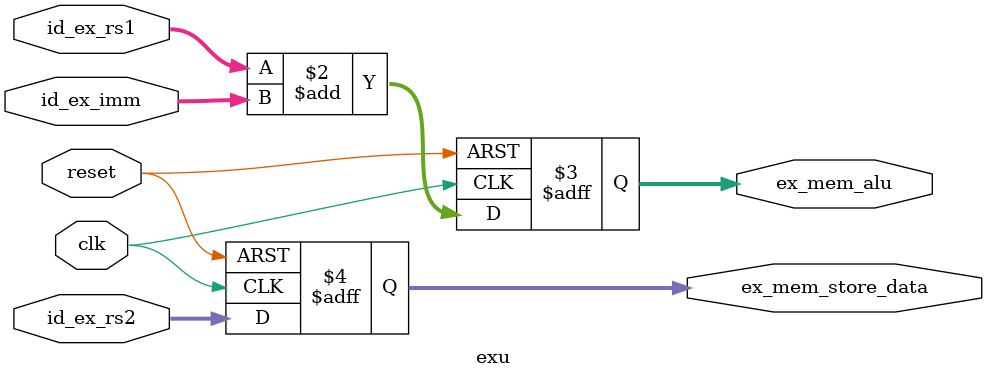
<source format=sv>
module exu (
    input wire clk,
    input wire reset,
    input wire [31:0] id_ex_rs1,
    input wire [31:0] id_ex_rs2,
    input wire [31:0] id_ex_imm,
    output reg [31:0] ex_mem_alu,
    output reg [31:0] ex_mem_store_data
);
    always @(posedge clk or posedge reset) begin
        if (reset) begin
            ex_mem_alu <= 32'h0;
            ex_mem_store_data <= 32'h0;
        end else begin
            ex_mem_alu <= id_ex_rs1 + id_ex_imm;
            ex_mem_store_data <= id_ex_rs2;
        end
    end
endmodule
</source>
